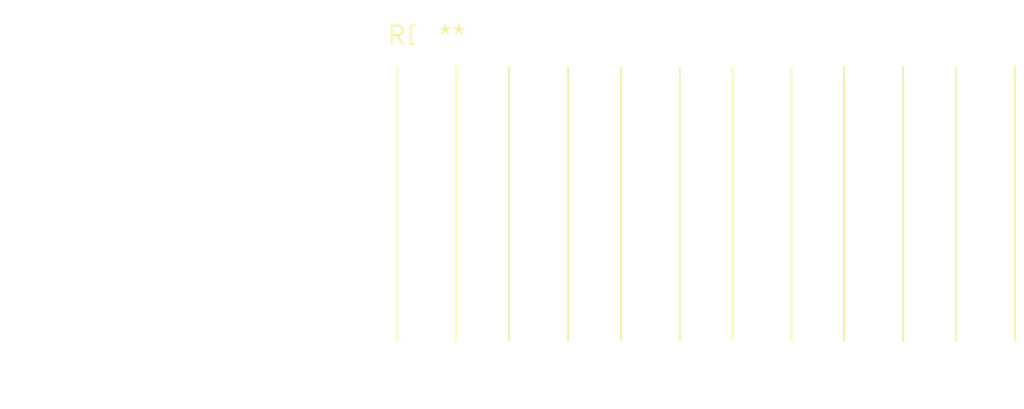
<source format=kicad_pcb>
(kicad_pcb (version 20240108) (generator pcbnew)
  (layers (0 "F.Cu" signal) (31 "B.Cu" signal) (34 "B.Paste" user) (35 "F.Paste" user) (36 "B.SilkS" user "B.Silkscreen") (37 "F.SilkS" user "F.Silkscreen") (38 "B.Mask" user) (39 "F.Mask" user) (44 "Edge.Cuts" user))
  (net 0 "")
  (footprint "SolderWire-1.5sqmm_1x06_P7.8mm_D1.7mm_OD3.9mm_Relief" (layer "F.Cu") (at 0 0)
    (property "Reference" "REF**")
    (property "Value" "SolderWire-1.5sqmm_1x06_P7.8mm_D1.7mm_OD3.9mm_Relief")
    (fp_line (start -2.06 2.21) (end -2.06 21.34) (layer "F.SilkS") (stroke (width 0.12)))
    (fp_line (start 2.06 2.21) (end 2.06 21.34) (layer "F.SilkS") (stroke (width 0.12)))
    (fp_line (start 5.74 2.21) (end 5.74 21.34) (layer "F.SilkS") (stroke (width 0.12)))
    (fp_line (start 9.86 2.21) (end 9.86 21.34) (layer "F.SilkS") (stroke (width 0.12)))
    (fp_line (start 13.54 2.21) (end 13.54 21.34) (layer "F.SilkS") (stroke (width 0.12)))
    (fp_line (start 17.66 2.21) (end 17.66 21.34) (layer "F.SilkS") (stroke (width 0.12)))
    (fp_line (start 21.34 2.21) (end 21.34 21.34) (layer "F.SilkS") (stroke (width 0.12)))
    (fp_line (start 25.46 2.21) (end 25.46 21.34) (layer "F.SilkS") (stroke (width 0.12)))
    (fp_line (start 29.14 2.21) (end 29.14 21.34) (layer "F.SilkS") (stroke (width 0.12)))
    (fp_line (start 33.26 2.21) (end 33.26 21.34) (layer "F.SilkS") (stroke (width 0.12)))
    (fp_line (start 36.94 2.21) (end 36.94 21.34) (layer "F.SilkS") (stroke (width 0.12)))
    (fp_line (start 41.06 2.21) (end 41.06 21.34) (layer "F.SilkS") (stroke (width 0.12)))
    (pad "" np_thru_hole circle (at 0 23.4) (size 4.4 4.4) (drill 4.4) (layers *.Cu *.Mask))
    (pad "" np_thru_hole circle (at 7.8 23.4) (size 4.4 4.4) (drill 4.4) (layers *.Cu *.Mask))
    (pad "" np_thru_hole circle (at 15.6 23.4) (size 4.4 4.4) (drill 4.4) (layers *.Cu *.Mask))
    (pad "" np_thru_hole circle (at 23.4 23.4) (size 4.4 4.4) (drill 4.4) (layers *.Cu *.Mask))
    (pad "" np_thru_hole circle (at 31.2 23.4) (size 4.4 4.4) (drill 4.4) (layers *.Cu *.Mask))
    (pad "" np_thru_hole circle (at 39 23.4) (size 4.4 4.4) (drill 4.4) (layers *.Cu *.Mask))
    (pad "1" thru_hole roundrect (at 0 0) (size 3.9 3.9) (drill 2.1) (layers *.Cu *.Mask) (remove_unused_layers) (roundrect_rratio 0.064103))
    (pad "2" thru_hole circle (at 7.8 0) (size 3.9 3.9) (drill 2.1) (layers *.Cu *.Mask) (remove_unused_layers))
    (pad "3" thru_hole circle (at 15.6 0) (size 3.9 3.9) (drill 2.1) (layers *.Cu *.Mask) (remove_unused_layers))
    (pad "4" thru_hole circle (at 23.4 0) (size 3.9 3.9) (drill 2.1) (layers *.Cu *.Mask) (remove_unused_layers))
    (pad "5" thru_hole circle (at 31.2 0) (size 3.9 3.9) (drill 2.1) (layers *.Cu *.Mask) (remove_unused_layers))
    (pad "6" thru_hole circle (at 39 0) (size 3.9 3.9) (drill 2.1) (layers *.Cu *.Mask) (remove_unused_layers))
  )
)
</source>
